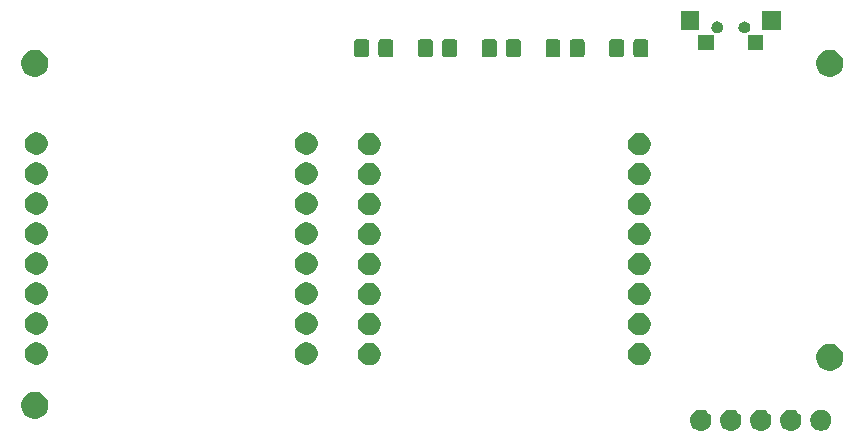
<source format=gbr>
G04 #@! TF.GenerationSoftware,KiCad,Pcbnew,(5.0.1-3-g963ef8bb5)*
G04 #@! TF.CreationDate,2019-04-05T16:27:06+08:00*
G04 #@! TF.ProjectId,cactus,6361637475732E6B696361645F706362,rev?*
G04 #@! TF.SameCoordinates,Original*
G04 #@! TF.FileFunction,Soldermask,Top*
G04 #@! TF.FilePolarity,Negative*
%FSLAX46Y46*%
G04 Gerber Fmt 4.6, Leading zero omitted, Abs format (unit mm)*
G04 Created by KiCad (PCBNEW (5.0.1-3-g963ef8bb5)) date 2019 April 05, Friday 16:27:06*
%MOMM*%
%LPD*%
G01*
G04 APERTURE LIST*
%ADD10C,0.100000*%
G04 APERTURE END LIST*
D10*
G36*
X185174812Y-84731624D02*
X185338784Y-84799544D01*
X185486354Y-84898147D01*
X185611853Y-85023646D01*
X185710456Y-85171216D01*
X185778376Y-85335188D01*
X185813000Y-85509259D01*
X185813000Y-85686741D01*
X185778376Y-85860812D01*
X185710456Y-86024784D01*
X185611853Y-86172354D01*
X185486354Y-86297853D01*
X185338784Y-86396456D01*
X185174812Y-86464376D01*
X185000741Y-86499000D01*
X184823259Y-86499000D01*
X184649188Y-86464376D01*
X184485216Y-86396456D01*
X184337646Y-86297853D01*
X184212147Y-86172354D01*
X184113544Y-86024784D01*
X184045624Y-85860812D01*
X184011000Y-85686741D01*
X184011000Y-85509259D01*
X184045624Y-85335188D01*
X184113544Y-85171216D01*
X184212147Y-85023646D01*
X184337646Y-84898147D01*
X184485216Y-84799544D01*
X184649188Y-84731624D01*
X184823259Y-84697000D01*
X185000741Y-84697000D01*
X185174812Y-84731624D01*
X185174812Y-84731624D01*
G37*
G36*
X182482443Y-84703519D02*
X182548627Y-84710037D01*
X182661853Y-84744384D01*
X182718467Y-84761557D01*
X182857087Y-84835652D01*
X182874991Y-84845222D01*
X182909084Y-84873202D01*
X183012186Y-84957814D01*
X183095448Y-85059271D01*
X183124778Y-85095009D01*
X183124779Y-85095011D01*
X183208443Y-85251533D01*
X183208443Y-85251534D01*
X183259963Y-85421373D01*
X183277359Y-85598000D01*
X183259963Y-85774627D01*
X183233819Y-85860812D01*
X183208443Y-85944467D01*
X183165513Y-86024782D01*
X183124778Y-86100991D01*
X183095448Y-86136729D01*
X183012186Y-86238186D01*
X182939480Y-86297853D01*
X182874991Y-86350778D01*
X182874989Y-86350779D01*
X182718467Y-86434443D01*
X182661853Y-86451616D01*
X182548627Y-86485963D01*
X182482442Y-86492482D01*
X182416260Y-86499000D01*
X182327740Y-86499000D01*
X182261558Y-86492482D01*
X182195373Y-86485963D01*
X182082147Y-86451616D01*
X182025533Y-86434443D01*
X181869011Y-86350779D01*
X181869009Y-86350778D01*
X181804520Y-86297853D01*
X181731814Y-86238186D01*
X181648552Y-86136729D01*
X181619222Y-86100991D01*
X181578487Y-86024782D01*
X181535557Y-85944467D01*
X181510181Y-85860812D01*
X181484037Y-85774627D01*
X181466641Y-85598000D01*
X181484037Y-85421373D01*
X181535557Y-85251534D01*
X181535557Y-85251533D01*
X181619221Y-85095011D01*
X181619222Y-85095009D01*
X181648552Y-85059271D01*
X181731814Y-84957814D01*
X181834916Y-84873202D01*
X181869009Y-84845222D01*
X181886913Y-84835652D01*
X182025533Y-84761557D01*
X182082147Y-84744384D01*
X182195373Y-84710037D01*
X182261557Y-84703519D01*
X182327740Y-84697000D01*
X182416260Y-84697000D01*
X182482443Y-84703519D01*
X182482443Y-84703519D01*
G37*
G36*
X179942443Y-84703519D02*
X180008627Y-84710037D01*
X180121853Y-84744384D01*
X180178467Y-84761557D01*
X180317087Y-84835652D01*
X180334991Y-84845222D01*
X180369084Y-84873202D01*
X180472186Y-84957814D01*
X180555448Y-85059271D01*
X180584778Y-85095009D01*
X180584779Y-85095011D01*
X180668443Y-85251533D01*
X180668443Y-85251534D01*
X180719963Y-85421373D01*
X180737359Y-85598000D01*
X180719963Y-85774627D01*
X180693819Y-85860812D01*
X180668443Y-85944467D01*
X180625513Y-86024782D01*
X180584778Y-86100991D01*
X180555448Y-86136729D01*
X180472186Y-86238186D01*
X180399480Y-86297853D01*
X180334991Y-86350778D01*
X180334989Y-86350779D01*
X180178467Y-86434443D01*
X180121853Y-86451616D01*
X180008627Y-86485963D01*
X179942442Y-86492482D01*
X179876260Y-86499000D01*
X179787740Y-86499000D01*
X179721558Y-86492482D01*
X179655373Y-86485963D01*
X179542147Y-86451616D01*
X179485533Y-86434443D01*
X179329011Y-86350779D01*
X179329009Y-86350778D01*
X179264520Y-86297853D01*
X179191814Y-86238186D01*
X179108552Y-86136729D01*
X179079222Y-86100991D01*
X179038487Y-86024782D01*
X178995557Y-85944467D01*
X178970181Y-85860812D01*
X178944037Y-85774627D01*
X178926641Y-85598000D01*
X178944037Y-85421373D01*
X178995557Y-85251534D01*
X178995557Y-85251533D01*
X179079221Y-85095011D01*
X179079222Y-85095009D01*
X179108552Y-85059271D01*
X179191814Y-84957814D01*
X179294916Y-84873202D01*
X179329009Y-84845222D01*
X179346913Y-84835652D01*
X179485533Y-84761557D01*
X179542147Y-84744384D01*
X179655373Y-84710037D01*
X179721557Y-84703519D01*
X179787740Y-84697000D01*
X179876260Y-84697000D01*
X179942443Y-84703519D01*
X179942443Y-84703519D01*
G37*
G36*
X177402443Y-84703519D02*
X177468627Y-84710037D01*
X177581853Y-84744384D01*
X177638467Y-84761557D01*
X177777087Y-84835652D01*
X177794991Y-84845222D01*
X177829084Y-84873202D01*
X177932186Y-84957814D01*
X178015448Y-85059271D01*
X178044778Y-85095009D01*
X178044779Y-85095011D01*
X178128443Y-85251533D01*
X178128443Y-85251534D01*
X178179963Y-85421373D01*
X178197359Y-85598000D01*
X178179963Y-85774627D01*
X178153819Y-85860812D01*
X178128443Y-85944467D01*
X178085513Y-86024782D01*
X178044778Y-86100991D01*
X178015448Y-86136729D01*
X177932186Y-86238186D01*
X177859480Y-86297853D01*
X177794991Y-86350778D01*
X177794989Y-86350779D01*
X177638467Y-86434443D01*
X177581853Y-86451616D01*
X177468627Y-86485963D01*
X177402442Y-86492482D01*
X177336260Y-86499000D01*
X177247740Y-86499000D01*
X177181558Y-86492482D01*
X177115373Y-86485963D01*
X177002147Y-86451616D01*
X176945533Y-86434443D01*
X176789011Y-86350779D01*
X176789009Y-86350778D01*
X176724520Y-86297853D01*
X176651814Y-86238186D01*
X176568552Y-86136729D01*
X176539222Y-86100991D01*
X176498487Y-86024782D01*
X176455557Y-85944467D01*
X176430181Y-85860812D01*
X176404037Y-85774627D01*
X176386641Y-85598000D01*
X176404037Y-85421373D01*
X176455557Y-85251534D01*
X176455557Y-85251533D01*
X176539221Y-85095011D01*
X176539222Y-85095009D01*
X176568552Y-85059271D01*
X176651814Y-84957814D01*
X176754916Y-84873202D01*
X176789009Y-84845222D01*
X176806913Y-84835652D01*
X176945533Y-84761557D01*
X177002147Y-84744384D01*
X177115373Y-84710037D01*
X177181557Y-84703519D01*
X177247740Y-84697000D01*
X177336260Y-84697000D01*
X177402443Y-84703519D01*
X177402443Y-84703519D01*
G37*
G36*
X174862443Y-84703519D02*
X174928627Y-84710037D01*
X175041853Y-84744384D01*
X175098467Y-84761557D01*
X175237087Y-84835652D01*
X175254991Y-84845222D01*
X175289084Y-84873202D01*
X175392186Y-84957814D01*
X175475448Y-85059271D01*
X175504778Y-85095009D01*
X175504779Y-85095011D01*
X175588443Y-85251533D01*
X175588443Y-85251534D01*
X175639963Y-85421373D01*
X175657359Y-85598000D01*
X175639963Y-85774627D01*
X175613819Y-85860812D01*
X175588443Y-85944467D01*
X175545513Y-86024782D01*
X175504778Y-86100991D01*
X175475448Y-86136729D01*
X175392186Y-86238186D01*
X175319480Y-86297853D01*
X175254991Y-86350778D01*
X175254989Y-86350779D01*
X175098467Y-86434443D01*
X175041853Y-86451616D01*
X174928627Y-86485963D01*
X174862442Y-86492482D01*
X174796260Y-86499000D01*
X174707740Y-86499000D01*
X174641558Y-86492482D01*
X174575373Y-86485963D01*
X174462147Y-86451616D01*
X174405533Y-86434443D01*
X174249011Y-86350779D01*
X174249009Y-86350778D01*
X174184520Y-86297853D01*
X174111814Y-86238186D01*
X174028552Y-86136729D01*
X173999222Y-86100991D01*
X173958487Y-86024782D01*
X173915557Y-85944467D01*
X173890181Y-85860812D01*
X173864037Y-85774627D01*
X173846641Y-85598000D01*
X173864037Y-85421373D01*
X173915557Y-85251534D01*
X173915557Y-85251533D01*
X173999221Y-85095011D01*
X173999222Y-85095009D01*
X174028552Y-85059271D01*
X174111814Y-84957814D01*
X174214916Y-84873202D01*
X174249009Y-84845222D01*
X174266913Y-84835652D01*
X174405533Y-84761557D01*
X174462147Y-84744384D01*
X174575373Y-84710037D01*
X174641557Y-84703519D01*
X174707740Y-84697000D01*
X174796260Y-84697000D01*
X174862443Y-84703519D01*
X174862443Y-84703519D01*
G37*
G36*
X118699734Y-83221232D02*
X118909202Y-83307996D01*
X119097723Y-83433962D01*
X119258038Y-83594277D01*
X119384004Y-83782798D01*
X119470768Y-83992266D01*
X119515000Y-84214635D01*
X119515000Y-84441365D01*
X119470768Y-84663734D01*
X119384004Y-84873202D01*
X119258038Y-85061723D01*
X119097723Y-85222038D01*
X118909202Y-85348004D01*
X118699734Y-85434768D01*
X118477365Y-85479000D01*
X118250635Y-85479000D01*
X118028266Y-85434768D01*
X117818798Y-85348004D01*
X117630277Y-85222038D01*
X117469962Y-85061723D01*
X117343996Y-84873202D01*
X117257232Y-84663734D01*
X117213000Y-84441365D01*
X117213000Y-84214635D01*
X117257232Y-83992266D01*
X117343996Y-83782798D01*
X117469962Y-83594277D01*
X117630277Y-83433962D01*
X117818798Y-83307996D01*
X118028266Y-83221232D01*
X118250635Y-83177000D01*
X118477365Y-83177000D01*
X118699734Y-83221232D01*
X118699734Y-83221232D01*
G37*
G36*
X186009734Y-79157232D02*
X186219202Y-79243996D01*
X186407723Y-79369962D01*
X186568038Y-79530277D01*
X186694004Y-79718798D01*
X186780768Y-79928266D01*
X186825000Y-80150635D01*
X186825000Y-80377365D01*
X186780768Y-80599734D01*
X186694004Y-80809202D01*
X186568038Y-80997723D01*
X186407723Y-81158038D01*
X186219202Y-81284004D01*
X186009734Y-81370768D01*
X185787365Y-81415000D01*
X185560635Y-81415000D01*
X185338266Y-81370768D01*
X185128798Y-81284004D01*
X184940277Y-81158038D01*
X184779962Y-80997723D01*
X184653996Y-80809202D01*
X184567232Y-80599734D01*
X184523000Y-80377365D01*
X184523000Y-80150635D01*
X184567232Y-79928266D01*
X184653996Y-79718798D01*
X184779962Y-79530277D01*
X184940277Y-79369962D01*
X185128798Y-79243996D01*
X185338266Y-79157232D01*
X185560635Y-79113000D01*
X185787365Y-79113000D01*
X186009734Y-79157232D01*
X186009734Y-79157232D01*
G37*
G36*
X169822396Y-79095546D02*
X169995466Y-79167234D01*
X170151230Y-79271312D01*
X170283688Y-79403770D01*
X170387766Y-79559534D01*
X170459454Y-79732604D01*
X170496000Y-79916333D01*
X170496000Y-80103667D01*
X170459454Y-80287396D01*
X170387766Y-80460466D01*
X170283688Y-80616230D01*
X170151230Y-80748688D01*
X169995466Y-80852766D01*
X169822396Y-80924454D01*
X169638667Y-80961000D01*
X169451333Y-80961000D01*
X169267604Y-80924454D01*
X169094534Y-80852766D01*
X168938770Y-80748688D01*
X168806312Y-80616230D01*
X168702234Y-80460466D01*
X168630546Y-80287396D01*
X168594000Y-80103667D01*
X168594000Y-79916333D01*
X168630546Y-79732604D01*
X168702234Y-79559534D01*
X168806312Y-79403770D01*
X168938770Y-79271312D01*
X169094534Y-79167234D01*
X169267604Y-79095546D01*
X169451333Y-79059000D01*
X169638667Y-79059000D01*
X169822396Y-79095546D01*
X169822396Y-79095546D01*
G37*
G36*
X146962396Y-79095546D02*
X147135466Y-79167234D01*
X147291230Y-79271312D01*
X147423688Y-79403770D01*
X147527766Y-79559534D01*
X147599454Y-79732604D01*
X147636000Y-79916333D01*
X147636000Y-80103667D01*
X147599454Y-80287396D01*
X147527766Y-80460466D01*
X147423688Y-80616230D01*
X147291230Y-80748688D01*
X147135466Y-80852766D01*
X146962396Y-80924454D01*
X146778667Y-80961000D01*
X146591333Y-80961000D01*
X146407604Y-80924454D01*
X146234534Y-80852766D01*
X146078770Y-80748688D01*
X145946312Y-80616230D01*
X145842234Y-80460466D01*
X145770546Y-80287396D01*
X145734000Y-80103667D01*
X145734000Y-79916333D01*
X145770546Y-79732604D01*
X145842234Y-79559534D01*
X145946312Y-79403770D01*
X146078770Y-79271312D01*
X146234534Y-79167234D01*
X146407604Y-79095546D01*
X146591333Y-79059000D01*
X146778667Y-79059000D01*
X146962396Y-79095546D01*
X146962396Y-79095546D01*
G37*
G36*
X118768396Y-79032046D02*
X118941466Y-79103734D01*
X119097230Y-79207812D01*
X119229688Y-79340270D01*
X119333766Y-79496034D01*
X119405454Y-79669104D01*
X119442000Y-79852833D01*
X119442000Y-80040167D01*
X119405454Y-80223896D01*
X119333766Y-80396966D01*
X119229688Y-80552730D01*
X119097230Y-80685188D01*
X118941466Y-80789266D01*
X118768396Y-80860954D01*
X118584667Y-80897500D01*
X118397333Y-80897500D01*
X118213604Y-80860954D01*
X118040534Y-80789266D01*
X117884770Y-80685188D01*
X117752312Y-80552730D01*
X117648234Y-80396966D01*
X117576546Y-80223896D01*
X117540000Y-80040167D01*
X117540000Y-79852833D01*
X117576546Y-79669104D01*
X117648234Y-79496034D01*
X117752312Y-79340270D01*
X117884770Y-79207812D01*
X118040534Y-79103734D01*
X118213604Y-79032046D01*
X118397333Y-78995500D01*
X118584667Y-78995500D01*
X118768396Y-79032046D01*
X118768396Y-79032046D01*
G37*
G36*
X141628396Y-79032046D02*
X141801466Y-79103734D01*
X141957230Y-79207812D01*
X142089688Y-79340270D01*
X142193766Y-79496034D01*
X142265454Y-79669104D01*
X142302000Y-79852833D01*
X142302000Y-80040167D01*
X142265454Y-80223896D01*
X142193766Y-80396966D01*
X142089688Y-80552730D01*
X141957230Y-80685188D01*
X141801466Y-80789266D01*
X141628396Y-80860954D01*
X141444667Y-80897500D01*
X141257333Y-80897500D01*
X141073604Y-80860954D01*
X140900534Y-80789266D01*
X140744770Y-80685188D01*
X140612312Y-80552730D01*
X140508234Y-80396966D01*
X140436546Y-80223896D01*
X140400000Y-80040167D01*
X140400000Y-79852833D01*
X140436546Y-79669104D01*
X140508234Y-79496034D01*
X140612312Y-79340270D01*
X140744770Y-79207812D01*
X140900534Y-79103734D01*
X141073604Y-79032046D01*
X141257333Y-78995500D01*
X141444667Y-78995500D01*
X141628396Y-79032046D01*
X141628396Y-79032046D01*
G37*
G36*
X146962396Y-76555546D02*
X147135466Y-76627234D01*
X147291230Y-76731312D01*
X147423688Y-76863770D01*
X147527766Y-77019534D01*
X147599454Y-77192604D01*
X147636000Y-77376333D01*
X147636000Y-77563667D01*
X147599454Y-77747396D01*
X147527766Y-77920466D01*
X147423688Y-78076230D01*
X147291230Y-78208688D01*
X147135466Y-78312766D01*
X146962396Y-78384454D01*
X146778667Y-78421000D01*
X146591333Y-78421000D01*
X146407604Y-78384454D01*
X146234534Y-78312766D01*
X146078770Y-78208688D01*
X145946312Y-78076230D01*
X145842234Y-77920466D01*
X145770546Y-77747396D01*
X145734000Y-77563667D01*
X145734000Y-77376333D01*
X145770546Y-77192604D01*
X145842234Y-77019534D01*
X145946312Y-76863770D01*
X146078770Y-76731312D01*
X146234534Y-76627234D01*
X146407604Y-76555546D01*
X146591333Y-76519000D01*
X146778667Y-76519000D01*
X146962396Y-76555546D01*
X146962396Y-76555546D01*
G37*
G36*
X169822396Y-76555546D02*
X169995466Y-76627234D01*
X170151230Y-76731312D01*
X170283688Y-76863770D01*
X170387766Y-77019534D01*
X170459454Y-77192604D01*
X170496000Y-77376333D01*
X170496000Y-77563667D01*
X170459454Y-77747396D01*
X170387766Y-77920466D01*
X170283688Y-78076230D01*
X170151230Y-78208688D01*
X169995466Y-78312766D01*
X169822396Y-78384454D01*
X169638667Y-78421000D01*
X169451333Y-78421000D01*
X169267604Y-78384454D01*
X169094534Y-78312766D01*
X168938770Y-78208688D01*
X168806312Y-78076230D01*
X168702234Y-77920466D01*
X168630546Y-77747396D01*
X168594000Y-77563667D01*
X168594000Y-77376333D01*
X168630546Y-77192604D01*
X168702234Y-77019534D01*
X168806312Y-76863770D01*
X168938770Y-76731312D01*
X169094534Y-76627234D01*
X169267604Y-76555546D01*
X169451333Y-76519000D01*
X169638667Y-76519000D01*
X169822396Y-76555546D01*
X169822396Y-76555546D01*
G37*
G36*
X141628396Y-76492046D02*
X141801466Y-76563734D01*
X141957230Y-76667812D01*
X142089688Y-76800270D01*
X142193766Y-76956034D01*
X142265454Y-77129104D01*
X142302000Y-77312833D01*
X142302000Y-77500167D01*
X142265454Y-77683896D01*
X142193766Y-77856966D01*
X142089688Y-78012730D01*
X141957230Y-78145188D01*
X141801466Y-78249266D01*
X141628396Y-78320954D01*
X141444667Y-78357500D01*
X141257333Y-78357500D01*
X141073604Y-78320954D01*
X140900534Y-78249266D01*
X140744770Y-78145188D01*
X140612312Y-78012730D01*
X140508234Y-77856966D01*
X140436546Y-77683896D01*
X140400000Y-77500167D01*
X140400000Y-77312833D01*
X140436546Y-77129104D01*
X140508234Y-76956034D01*
X140612312Y-76800270D01*
X140744770Y-76667812D01*
X140900534Y-76563734D01*
X141073604Y-76492046D01*
X141257333Y-76455500D01*
X141444667Y-76455500D01*
X141628396Y-76492046D01*
X141628396Y-76492046D01*
G37*
G36*
X118768396Y-76492046D02*
X118941466Y-76563734D01*
X119097230Y-76667812D01*
X119229688Y-76800270D01*
X119333766Y-76956034D01*
X119405454Y-77129104D01*
X119442000Y-77312833D01*
X119442000Y-77500167D01*
X119405454Y-77683896D01*
X119333766Y-77856966D01*
X119229688Y-78012730D01*
X119097230Y-78145188D01*
X118941466Y-78249266D01*
X118768396Y-78320954D01*
X118584667Y-78357500D01*
X118397333Y-78357500D01*
X118213604Y-78320954D01*
X118040534Y-78249266D01*
X117884770Y-78145188D01*
X117752312Y-78012730D01*
X117648234Y-77856966D01*
X117576546Y-77683896D01*
X117540000Y-77500167D01*
X117540000Y-77312833D01*
X117576546Y-77129104D01*
X117648234Y-76956034D01*
X117752312Y-76800270D01*
X117884770Y-76667812D01*
X118040534Y-76563734D01*
X118213604Y-76492046D01*
X118397333Y-76455500D01*
X118584667Y-76455500D01*
X118768396Y-76492046D01*
X118768396Y-76492046D01*
G37*
G36*
X146962396Y-74015546D02*
X147135466Y-74087234D01*
X147291230Y-74191312D01*
X147423688Y-74323770D01*
X147527766Y-74479534D01*
X147599454Y-74652604D01*
X147636000Y-74836333D01*
X147636000Y-75023667D01*
X147599454Y-75207396D01*
X147527766Y-75380466D01*
X147423688Y-75536230D01*
X147291230Y-75668688D01*
X147135466Y-75772766D01*
X146962396Y-75844454D01*
X146778667Y-75881000D01*
X146591333Y-75881000D01*
X146407604Y-75844454D01*
X146234534Y-75772766D01*
X146078770Y-75668688D01*
X145946312Y-75536230D01*
X145842234Y-75380466D01*
X145770546Y-75207396D01*
X145734000Y-75023667D01*
X145734000Y-74836333D01*
X145770546Y-74652604D01*
X145842234Y-74479534D01*
X145946312Y-74323770D01*
X146078770Y-74191312D01*
X146234534Y-74087234D01*
X146407604Y-74015546D01*
X146591333Y-73979000D01*
X146778667Y-73979000D01*
X146962396Y-74015546D01*
X146962396Y-74015546D01*
G37*
G36*
X169822396Y-74015546D02*
X169995466Y-74087234D01*
X170151230Y-74191312D01*
X170283688Y-74323770D01*
X170387766Y-74479534D01*
X170459454Y-74652604D01*
X170496000Y-74836333D01*
X170496000Y-75023667D01*
X170459454Y-75207396D01*
X170387766Y-75380466D01*
X170283688Y-75536230D01*
X170151230Y-75668688D01*
X169995466Y-75772766D01*
X169822396Y-75844454D01*
X169638667Y-75881000D01*
X169451333Y-75881000D01*
X169267604Y-75844454D01*
X169094534Y-75772766D01*
X168938770Y-75668688D01*
X168806312Y-75536230D01*
X168702234Y-75380466D01*
X168630546Y-75207396D01*
X168594000Y-75023667D01*
X168594000Y-74836333D01*
X168630546Y-74652604D01*
X168702234Y-74479534D01*
X168806312Y-74323770D01*
X168938770Y-74191312D01*
X169094534Y-74087234D01*
X169267604Y-74015546D01*
X169451333Y-73979000D01*
X169638667Y-73979000D01*
X169822396Y-74015546D01*
X169822396Y-74015546D01*
G37*
G36*
X141628396Y-73952046D02*
X141801466Y-74023734D01*
X141957230Y-74127812D01*
X142089688Y-74260270D01*
X142193766Y-74416034D01*
X142265454Y-74589104D01*
X142302000Y-74772833D01*
X142302000Y-74960167D01*
X142265454Y-75143896D01*
X142193766Y-75316966D01*
X142089688Y-75472730D01*
X141957230Y-75605188D01*
X141801466Y-75709266D01*
X141628396Y-75780954D01*
X141444667Y-75817500D01*
X141257333Y-75817500D01*
X141073604Y-75780954D01*
X140900534Y-75709266D01*
X140744770Y-75605188D01*
X140612312Y-75472730D01*
X140508234Y-75316966D01*
X140436546Y-75143896D01*
X140400000Y-74960167D01*
X140400000Y-74772833D01*
X140436546Y-74589104D01*
X140508234Y-74416034D01*
X140612312Y-74260270D01*
X140744770Y-74127812D01*
X140900534Y-74023734D01*
X141073604Y-73952046D01*
X141257333Y-73915500D01*
X141444667Y-73915500D01*
X141628396Y-73952046D01*
X141628396Y-73952046D01*
G37*
G36*
X118768396Y-73952046D02*
X118941466Y-74023734D01*
X119097230Y-74127812D01*
X119229688Y-74260270D01*
X119333766Y-74416034D01*
X119405454Y-74589104D01*
X119442000Y-74772833D01*
X119442000Y-74960167D01*
X119405454Y-75143896D01*
X119333766Y-75316966D01*
X119229688Y-75472730D01*
X119097230Y-75605188D01*
X118941466Y-75709266D01*
X118768396Y-75780954D01*
X118584667Y-75817500D01*
X118397333Y-75817500D01*
X118213604Y-75780954D01*
X118040534Y-75709266D01*
X117884770Y-75605188D01*
X117752312Y-75472730D01*
X117648234Y-75316966D01*
X117576546Y-75143896D01*
X117540000Y-74960167D01*
X117540000Y-74772833D01*
X117576546Y-74589104D01*
X117648234Y-74416034D01*
X117752312Y-74260270D01*
X117884770Y-74127812D01*
X118040534Y-74023734D01*
X118213604Y-73952046D01*
X118397333Y-73915500D01*
X118584667Y-73915500D01*
X118768396Y-73952046D01*
X118768396Y-73952046D01*
G37*
G36*
X146962396Y-71475546D02*
X147135466Y-71547234D01*
X147291230Y-71651312D01*
X147423688Y-71783770D01*
X147527766Y-71939534D01*
X147599454Y-72112604D01*
X147636000Y-72296333D01*
X147636000Y-72483667D01*
X147599454Y-72667396D01*
X147527766Y-72840466D01*
X147423688Y-72996230D01*
X147291230Y-73128688D01*
X147135466Y-73232766D01*
X146962396Y-73304454D01*
X146778667Y-73341000D01*
X146591333Y-73341000D01*
X146407604Y-73304454D01*
X146234534Y-73232766D01*
X146078770Y-73128688D01*
X145946312Y-72996230D01*
X145842234Y-72840466D01*
X145770546Y-72667396D01*
X145734000Y-72483667D01*
X145734000Y-72296333D01*
X145770546Y-72112604D01*
X145842234Y-71939534D01*
X145946312Y-71783770D01*
X146078770Y-71651312D01*
X146234534Y-71547234D01*
X146407604Y-71475546D01*
X146591333Y-71439000D01*
X146778667Y-71439000D01*
X146962396Y-71475546D01*
X146962396Y-71475546D01*
G37*
G36*
X169822396Y-71475546D02*
X169995466Y-71547234D01*
X170151230Y-71651312D01*
X170283688Y-71783770D01*
X170387766Y-71939534D01*
X170459454Y-72112604D01*
X170496000Y-72296333D01*
X170496000Y-72483667D01*
X170459454Y-72667396D01*
X170387766Y-72840466D01*
X170283688Y-72996230D01*
X170151230Y-73128688D01*
X169995466Y-73232766D01*
X169822396Y-73304454D01*
X169638667Y-73341000D01*
X169451333Y-73341000D01*
X169267604Y-73304454D01*
X169094534Y-73232766D01*
X168938770Y-73128688D01*
X168806312Y-72996230D01*
X168702234Y-72840466D01*
X168630546Y-72667396D01*
X168594000Y-72483667D01*
X168594000Y-72296333D01*
X168630546Y-72112604D01*
X168702234Y-71939534D01*
X168806312Y-71783770D01*
X168938770Y-71651312D01*
X169094534Y-71547234D01*
X169267604Y-71475546D01*
X169451333Y-71439000D01*
X169638667Y-71439000D01*
X169822396Y-71475546D01*
X169822396Y-71475546D01*
G37*
G36*
X118768396Y-71412046D02*
X118941466Y-71483734D01*
X119097230Y-71587812D01*
X119229688Y-71720270D01*
X119333766Y-71876034D01*
X119405454Y-72049104D01*
X119442000Y-72232833D01*
X119442000Y-72420167D01*
X119405454Y-72603896D01*
X119333766Y-72776966D01*
X119229688Y-72932730D01*
X119097230Y-73065188D01*
X118941466Y-73169266D01*
X118768396Y-73240954D01*
X118584667Y-73277500D01*
X118397333Y-73277500D01*
X118213604Y-73240954D01*
X118040534Y-73169266D01*
X117884770Y-73065188D01*
X117752312Y-72932730D01*
X117648234Y-72776966D01*
X117576546Y-72603896D01*
X117540000Y-72420167D01*
X117540000Y-72232833D01*
X117576546Y-72049104D01*
X117648234Y-71876034D01*
X117752312Y-71720270D01*
X117884770Y-71587812D01*
X118040534Y-71483734D01*
X118213604Y-71412046D01*
X118397333Y-71375500D01*
X118584667Y-71375500D01*
X118768396Y-71412046D01*
X118768396Y-71412046D01*
G37*
G36*
X141628396Y-71412046D02*
X141801466Y-71483734D01*
X141957230Y-71587812D01*
X142089688Y-71720270D01*
X142193766Y-71876034D01*
X142265454Y-72049104D01*
X142302000Y-72232833D01*
X142302000Y-72420167D01*
X142265454Y-72603896D01*
X142193766Y-72776966D01*
X142089688Y-72932730D01*
X141957230Y-73065188D01*
X141801466Y-73169266D01*
X141628396Y-73240954D01*
X141444667Y-73277500D01*
X141257333Y-73277500D01*
X141073604Y-73240954D01*
X140900534Y-73169266D01*
X140744770Y-73065188D01*
X140612312Y-72932730D01*
X140508234Y-72776966D01*
X140436546Y-72603896D01*
X140400000Y-72420167D01*
X140400000Y-72232833D01*
X140436546Y-72049104D01*
X140508234Y-71876034D01*
X140612312Y-71720270D01*
X140744770Y-71587812D01*
X140900534Y-71483734D01*
X141073604Y-71412046D01*
X141257333Y-71375500D01*
X141444667Y-71375500D01*
X141628396Y-71412046D01*
X141628396Y-71412046D01*
G37*
G36*
X146962396Y-68935546D02*
X147135466Y-69007234D01*
X147291230Y-69111312D01*
X147423688Y-69243770D01*
X147527766Y-69399534D01*
X147599454Y-69572604D01*
X147636000Y-69756333D01*
X147636000Y-69943667D01*
X147599454Y-70127396D01*
X147527766Y-70300466D01*
X147423688Y-70456230D01*
X147291230Y-70588688D01*
X147135466Y-70692766D01*
X146962396Y-70764454D01*
X146778667Y-70801000D01*
X146591333Y-70801000D01*
X146407604Y-70764454D01*
X146234534Y-70692766D01*
X146078770Y-70588688D01*
X145946312Y-70456230D01*
X145842234Y-70300466D01*
X145770546Y-70127396D01*
X145734000Y-69943667D01*
X145734000Y-69756333D01*
X145770546Y-69572604D01*
X145842234Y-69399534D01*
X145946312Y-69243770D01*
X146078770Y-69111312D01*
X146234534Y-69007234D01*
X146407604Y-68935546D01*
X146591333Y-68899000D01*
X146778667Y-68899000D01*
X146962396Y-68935546D01*
X146962396Y-68935546D01*
G37*
G36*
X169822396Y-68935546D02*
X169995466Y-69007234D01*
X170151230Y-69111312D01*
X170283688Y-69243770D01*
X170387766Y-69399534D01*
X170459454Y-69572604D01*
X170496000Y-69756333D01*
X170496000Y-69943667D01*
X170459454Y-70127396D01*
X170387766Y-70300466D01*
X170283688Y-70456230D01*
X170151230Y-70588688D01*
X169995466Y-70692766D01*
X169822396Y-70764454D01*
X169638667Y-70801000D01*
X169451333Y-70801000D01*
X169267604Y-70764454D01*
X169094534Y-70692766D01*
X168938770Y-70588688D01*
X168806312Y-70456230D01*
X168702234Y-70300466D01*
X168630546Y-70127396D01*
X168594000Y-69943667D01*
X168594000Y-69756333D01*
X168630546Y-69572604D01*
X168702234Y-69399534D01*
X168806312Y-69243770D01*
X168938770Y-69111312D01*
X169094534Y-69007234D01*
X169267604Y-68935546D01*
X169451333Y-68899000D01*
X169638667Y-68899000D01*
X169822396Y-68935546D01*
X169822396Y-68935546D01*
G37*
G36*
X141628396Y-68872046D02*
X141801466Y-68943734D01*
X141957230Y-69047812D01*
X142089688Y-69180270D01*
X142193766Y-69336034D01*
X142265454Y-69509104D01*
X142302000Y-69692833D01*
X142302000Y-69880167D01*
X142265454Y-70063896D01*
X142193766Y-70236966D01*
X142089688Y-70392730D01*
X141957230Y-70525188D01*
X141801466Y-70629266D01*
X141628396Y-70700954D01*
X141444667Y-70737500D01*
X141257333Y-70737500D01*
X141073604Y-70700954D01*
X140900534Y-70629266D01*
X140744770Y-70525188D01*
X140612312Y-70392730D01*
X140508234Y-70236966D01*
X140436546Y-70063896D01*
X140400000Y-69880167D01*
X140400000Y-69692833D01*
X140436546Y-69509104D01*
X140508234Y-69336034D01*
X140612312Y-69180270D01*
X140744770Y-69047812D01*
X140900534Y-68943734D01*
X141073604Y-68872046D01*
X141257333Y-68835500D01*
X141444667Y-68835500D01*
X141628396Y-68872046D01*
X141628396Y-68872046D01*
G37*
G36*
X118768396Y-68872046D02*
X118941466Y-68943734D01*
X119097230Y-69047812D01*
X119229688Y-69180270D01*
X119333766Y-69336034D01*
X119405454Y-69509104D01*
X119442000Y-69692833D01*
X119442000Y-69880167D01*
X119405454Y-70063896D01*
X119333766Y-70236966D01*
X119229688Y-70392730D01*
X119097230Y-70525188D01*
X118941466Y-70629266D01*
X118768396Y-70700954D01*
X118584667Y-70737500D01*
X118397333Y-70737500D01*
X118213604Y-70700954D01*
X118040534Y-70629266D01*
X117884770Y-70525188D01*
X117752312Y-70392730D01*
X117648234Y-70236966D01*
X117576546Y-70063896D01*
X117540000Y-69880167D01*
X117540000Y-69692833D01*
X117576546Y-69509104D01*
X117648234Y-69336034D01*
X117752312Y-69180270D01*
X117884770Y-69047812D01*
X118040534Y-68943734D01*
X118213604Y-68872046D01*
X118397333Y-68835500D01*
X118584667Y-68835500D01*
X118768396Y-68872046D01*
X118768396Y-68872046D01*
G37*
G36*
X169822396Y-66395546D02*
X169995466Y-66467234D01*
X170151230Y-66571312D01*
X170283688Y-66703770D01*
X170387766Y-66859534D01*
X170459454Y-67032604D01*
X170496000Y-67216333D01*
X170496000Y-67403667D01*
X170459454Y-67587396D01*
X170387766Y-67760466D01*
X170283688Y-67916230D01*
X170151230Y-68048688D01*
X169995466Y-68152766D01*
X169822396Y-68224454D01*
X169638667Y-68261000D01*
X169451333Y-68261000D01*
X169267604Y-68224454D01*
X169094534Y-68152766D01*
X168938770Y-68048688D01*
X168806312Y-67916230D01*
X168702234Y-67760466D01*
X168630546Y-67587396D01*
X168594000Y-67403667D01*
X168594000Y-67216333D01*
X168630546Y-67032604D01*
X168702234Y-66859534D01*
X168806312Y-66703770D01*
X168938770Y-66571312D01*
X169094534Y-66467234D01*
X169267604Y-66395546D01*
X169451333Y-66359000D01*
X169638667Y-66359000D01*
X169822396Y-66395546D01*
X169822396Y-66395546D01*
G37*
G36*
X146962396Y-66395546D02*
X147135466Y-66467234D01*
X147291230Y-66571312D01*
X147423688Y-66703770D01*
X147527766Y-66859534D01*
X147599454Y-67032604D01*
X147636000Y-67216333D01*
X147636000Y-67403667D01*
X147599454Y-67587396D01*
X147527766Y-67760466D01*
X147423688Y-67916230D01*
X147291230Y-68048688D01*
X147135466Y-68152766D01*
X146962396Y-68224454D01*
X146778667Y-68261000D01*
X146591333Y-68261000D01*
X146407604Y-68224454D01*
X146234534Y-68152766D01*
X146078770Y-68048688D01*
X145946312Y-67916230D01*
X145842234Y-67760466D01*
X145770546Y-67587396D01*
X145734000Y-67403667D01*
X145734000Y-67216333D01*
X145770546Y-67032604D01*
X145842234Y-66859534D01*
X145946312Y-66703770D01*
X146078770Y-66571312D01*
X146234534Y-66467234D01*
X146407604Y-66395546D01*
X146591333Y-66359000D01*
X146778667Y-66359000D01*
X146962396Y-66395546D01*
X146962396Y-66395546D01*
G37*
G36*
X118768396Y-66332046D02*
X118941466Y-66403734D01*
X119097230Y-66507812D01*
X119229688Y-66640270D01*
X119333766Y-66796034D01*
X119405454Y-66969104D01*
X119442000Y-67152833D01*
X119442000Y-67340167D01*
X119405454Y-67523896D01*
X119333766Y-67696966D01*
X119229688Y-67852730D01*
X119097230Y-67985188D01*
X118941466Y-68089266D01*
X118768396Y-68160954D01*
X118584667Y-68197500D01*
X118397333Y-68197500D01*
X118213604Y-68160954D01*
X118040534Y-68089266D01*
X117884770Y-67985188D01*
X117752312Y-67852730D01*
X117648234Y-67696966D01*
X117576546Y-67523896D01*
X117540000Y-67340167D01*
X117540000Y-67152833D01*
X117576546Y-66969104D01*
X117648234Y-66796034D01*
X117752312Y-66640270D01*
X117884770Y-66507812D01*
X118040534Y-66403734D01*
X118213604Y-66332046D01*
X118397333Y-66295500D01*
X118584667Y-66295500D01*
X118768396Y-66332046D01*
X118768396Y-66332046D01*
G37*
G36*
X141628396Y-66332046D02*
X141801466Y-66403734D01*
X141957230Y-66507812D01*
X142089688Y-66640270D01*
X142193766Y-66796034D01*
X142265454Y-66969104D01*
X142302000Y-67152833D01*
X142302000Y-67340167D01*
X142265454Y-67523896D01*
X142193766Y-67696966D01*
X142089688Y-67852730D01*
X141957230Y-67985188D01*
X141801466Y-68089266D01*
X141628396Y-68160954D01*
X141444667Y-68197500D01*
X141257333Y-68197500D01*
X141073604Y-68160954D01*
X140900534Y-68089266D01*
X140744770Y-67985188D01*
X140612312Y-67852730D01*
X140508234Y-67696966D01*
X140436546Y-67523896D01*
X140400000Y-67340167D01*
X140400000Y-67152833D01*
X140436546Y-66969104D01*
X140508234Y-66796034D01*
X140612312Y-66640270D01*
X140744770Y-66507812D01*
X140900534Y-66403734D01*
X141073604Y-66332046D01*
X141257333Y-66295500D01*
X141444667Y-66295500D01*
X141628396Y-66332046D01*
X141628396Y-66332046D01*
G37*
G36*
X169822396Y-63855546D02*
X169995466Y-63927234D01*
X170151230Y-64031312D01*
X170283688Y-64163770D01*
X170387766Y-64319534D01*
X170459454Y-64492604D01*
X170496000Y-64676333D01*
X170496000Y-64863667D01*
X170459454Y-65047396D01*
X170387766Y-65220466D01*
X170283688Y-65376230D01*
X170151230Y-65508688D01*
X169995466Y-65612766D01*
X169822396Y-65684454D01*
X169638667Y-65721000D01*
X169451333Y-65721000D01*
X169267604Y-65684454D01*
X169094534Y-65612766D01*
X168938770Y-65508688D01*
X168806312Y-65376230D01*
X168702234Y-65220466D01*
X168630546Y-65047396D01*
X168594000Y-64863667D01*
X168594000Y-64676333D01*
X168630546Y-64492604D01*
X168702234Y-64319534D01*
X168806312Y-64163770D01*
X168938770Y-64031312D01*
X169094534Y-63927234D01*
X169267604Y-63855546D01*
X169451333Y-63819000D01*
X169638667Y-63819000D01*
X169822396Y-63855546D01*
X169822396Y-63855546D01*
G37*
G36*
X146962396Y-63855546D02*
X147135466Y-63927234D01*
X147291230Y-64031312D01*
X147423688Y-64163770D01*
X147527766Y-64319534D01*
X147599454Y-64492604D01*
X147636000Y-64676333D01*
X147636000Y-64863667D01*
X147599454Y-65047396D01*
X147527766Y-65220466D01*
X147423688Y-65376230D01*
X147291230Y-65508688D01*
X147135466Y-65612766D01*
X146962396Y-65684454D01*
X146778667Y-65721000D01*
X146591333Y-65721000D01*
X146407604Y-65684454D01*
X146234534Y-65612766D01*
X146078770Y-65508688D01*
X145946312Y-65376230D01*
X145842234Y-65220466D01*
X145770546Y-65047396D01*
X145734000Y-64863667D01*
X145734000Y-64676333D01*
X145770546Y-64492604D01*
X145842234Y-64319534D01*
X145946312Y-64163770D01*
X146078770Y-64031312D01*
X146234534Y-63927234D01*
X146407604Y-63855546D01*
X146591333Y-63819000D01*
X146778667Y-63819000D01*
X146962396Y-63855546D01*
X146962396Y-63855546D01*
G37*
G36*
X141628396Y-63792046D02*
X141801466Y-63863734D01*
X141957230Y-63967812D01*
X142089688Y-64100270D01*
X142193766Y-64256034D01*
X142265454Y-64429104D01*
X142302000Y-64612833D01*
X142302000Y-64800167D01*
X142265454Y-64983896D01*
X142193766Y-65156966D01*
X142089688Y-65312730D01*
X141957230Y-65445188D01*
X141801466Y-65549266D01*
X141628396Y-65620954D01*
X141444667Y-65657500D01*
X141257333Y-65657500D01*
X141073604Y-65620954D01*
X140900534Y-65549266D01*
X140744770Y-65445188D01*
X140612312Y-65312730D01*
X140508234Y-65156966D01*
X140436546Y-64983896D01*
X140400000Y-64800167D01*
X140400000Y-64612833D01*
X140436546Y-64429104D01*
X140508234Y-64256034D01*
X140612312Y-64100270D01*
X140744770Y-63967812D01*
X140900534Y-63863734D01*
X141073604Y-63792046D01*
X141257333Y-63755500D01*
X141444667Y-63755500D01*
X141628396Y-63792046D01*
X141628396Y-63792046D01*
G37*
G36*
X118768396Y-63792046D02*
X118941466Y-63863734D01*
X119097230Y-63967812D01*
X119229688Y-64100270D01*
X119333766Y-64256034D01*
X119405454Y-64429104D01*
X119442000Y-64612833D01*
X119442000Y-64800167D01*
X119405454Y-64983896D01*
X119333766Y-65156966D01*
X119229688Y-65312730D01*
X119097230Y-65445188D01*
X118941466Y-65549266D01*
X118768396Y-65620954D01*
X118584667Y-65657500D01*
X118397333Y-65657500D01*
X118213604Y-65620954D01*
X118040534Y-65549266D01*
X117884770Y-65445188D01*
X117752312Y-65312730D01*
X117648234Y-65156966D01*
X117576546Y-64983896D01*
X117540000Y-64800167D01*
X117540000Y-64612833D01*
X117576546Y-64429104D01*
X117648234Y-64256034D01*
X117752312Y-64100270D01*
X117884770Y-63967812D01*
X118040534Y-63863734D01*
X118213604Y-63792046D01*
X118397333Y-63755500D01*
X118584667Y-63755500D01*
X118768396Y-63792046D01*
X118768396Y-63792046D01*
G37*
G36*
X169822396Y-61315546D02*
X169995466Y-61387234D01*
X170151230Y-61491312D01*
X170283688Y-61623770D01*
X170387766Y-61779534D01*
X170459454Y-61952604D01*
X170496000Y-62136333D01*
X170496000Y-62323667D01*
X170459454Y-62507396D01*
X170387766Y-62680466D01*
X170283688Y-62836230D01*
X170151230Y-62968688D01*
X169995466Y-63072766D01*
X169822396Y-63144454D01*
X169638667Y-63181000D01*
X169451333Y-63181000D01*
X169267604Y-63144454D01*
X169094534Y-63072766D01*
X168938770Y-62968688D01*
X168806312Y-62836230D01*
X168702234Y-62680466D01*
X168630546Y-62507396D01*
X168594000Y-62323667D01*
X168594000Y-62136333D01*
X168630546Y-61952604D01*
X168702234Y-61779534D01*
X168806312Y-61623770D01*
X168938770Y-61491312D01*
X169094534Y-61387234D01*
X169267604Y-61315546D01*
X169451333Y-61279000D01*
X169638667Y-61279000D01*
X169822396Y-61315546D01*
X169822396Y-61315546D01*
G37*
G36*
X146962396Y-61315546D02*
X147135466Y-61387234D01*
X147291230Y-61491312D01*
X147423688Y-61623770D01*
X147527766Y-61779534D01*
X147599454Y-61952604D01*
X147636000Y-62136333D01*
X147636000Y-62323667D01*
X147599454Y-62507396D01*
X147527766Y-62680466D01*
X147423688Y-62836230D01*
X147291230Y-62968688D01*
X147135466Y-63072766D01*
X146962396Y-63144454D01*
X146778667Y-63181000D01*
X146591333Y-63181000D01*
X146407604Y-63144454D01*
X146234534Y-63072766D01*
X146078770Y-62968688D01*
X145946312Y-62836230D01*
X145842234Y-62680466D01*
X145770546Y-62507396D01*
X145734000Y-62323667D01*
X145734000Y-62136333D01*
X145770546Y-61952604D01*
X145842234Y-61779534D01*
X145946312Y-61623770D01*
X146078770Y-61491312D01*
X146234534Y-61387234D01*
X146407604Y-61315546D01*
X146591333Y-61279000D01*
X146778667Y-61279000D01*
X146962396Y-61315546D01*
X146962396Y-61315546D01*
G37*
G36*
X141628396Y-61252046D02*
X141801466Y-61323734D01*
X141957230Y-61427812D01*
X142089688Y-61560270D01*
X142193766Y-61716034D01*
X142265454Y-61889104D01*
X142302000Y-62072833D01*
X142302000Y-62260167D01*
X142265454Y-62443896D01*
X142193766Y-62616966D01*
X142089688Y-62772730D01*
X141957230Y-62905188D01*
X141801466Y-63009266D01*
X141628396Y-63080954D01*
X141444667Y-63117500D01*
X141257333Y-63117500D01*
X141073604Y-63080954D01*
X140900534Y-63009266D01*
X140744770Y-62905188D01*
X140612312Y-62772730D01*
X140508234Y-62616966D01*
X140436546Y-62443896D01*
X140400000Y-62260167D01*
X140400000Y-62072833D01*
X140436546Y-61889104D01*
X140508234Y-61716034D01*
X140612312Y-61560270D01*
X140744770Y-61427812D01*
X140900534Y-61323734D01*
X141073604Y-61252046D01*
X141257333Y-61215500D01*
X141444667Y-61215500D01*
X141628396Y-61252046D01*
X141628396Y-61252046D01*
G37*
G36*
X118768396Y-61252046D02*
X118941466Y-61323734D01*
X119097230Y-61427812D01*
X119229688Y-61560270D01*
X119333766Y-61716034D01*
X119405454Y-61889104D01*
X119442000Y-62072833D01*
X119442000Y-62260167D01*
X119405454Y-62443896D01*
X119333766Y-62616966D01*
X119229688Y-62772730D01*
X119097230Y-62905188D01*
X118941466Y-63009266D01*
X118768396Y-63080954D01*
X118584667Y-63117500D01*
X118397333Y-63117500D01*
X118213604Y-63080954D01*
X118040534Y-63009266D01*
X117884770Y-62905188D01*
X117752312Y-62772730D01*
X117648234Y-62616966D01*
X117576546Y-62443896D01*
X117540000Y-62260167D01*
X117540000Y-62072833D01*
X117576546Y-61889104D01*
X117648234Y-61716034D01*
X117752312Y-61560270D01*
X117884770Y-61427812D01*
X118040534Y-61323734D01*
X118213604Y-61252046D01*
X118397333Y-61215500D01*
X118584667Y-61215500D01*
X118768396Y-61252046D01*
X118768396Y-61252046D01*
G37*
G36*
X118699734Y-54265232D02*
X118909202Y-54351996D01*
X119097723Y-54477962D01*
X119258038Y-54638277D01*
X119384004Y-54826798D01*
X119470768Y-55036266D01*
X119515000Y-55258635D01*
X119515000Y-55485365D01*
X119470768Y-55707734D01*
X119384004Y-55917202D01*
X119258038Y-56105723D01*
X119097723Y-56266038D01*
X118909202Y-56392004D01*
X118699734Y-56478768D01*
X118477365Y-56523000D01*
X118250635Y-56523000D01*
X118028266Y-56478768D01*
X117818798Y-56392004D01*
X117630277Y-56266038D01*
X117469962Y-56105723D01*
X117343996Y-55917202D01*
X117257232Y-55707734D01*
X117213000Y-55485365D01*
X117213000Y-55258635D01*
X117257232Y-55036266D01*
X117343996Y-54826798D01*
X117469962Y-54638277D01*
X117630277Y-54477962D01*
X117818798Y-54351996D01*
X118028266Y-54265232D01*
X118250635Y-54221000D01*
X118477365Y-54221000D01*
X118699734Y-54265232D01*
X118699734Y-54265232D01*
G37*
G36*
X186009734Y-54265232D02*
X186219202Y-54351996D01*
X186407723Y-54477962D01*
X186568038Y-54638277D01*
X186694004Y-54826798D01*
X186780768Y-55036266D01*
X186825000Y-55258635D01*
X186825000Y-55485365D01*
X186780768Y-55707734D01*
X186694004Y-55917202D01*
X186568038Y-56105723D01*
X186407723Y-56266038D01*
X186219202Y-56392004D01*
X186009734Y-56478768D01*
X185787365Y-56523000D01*
X185560635Y-56523000D01*
X185338266Y-56478768D01*
X185128798Y-56392004D01*
X184940277Y-56266038D01*
X184779962Y-56105723D01*
X184653996Y-55917202D01*
X184567232Y-55707734D01*
X184523000Y-55485365D01*
X184523000Y-55258635D01*
X184567232Y-55036266D01*
X184653996Y-54826798D01*
X184779962Y-54638277D01*
X184940277Y-54477962D01*
X185128798Y-54351996D01*
X185338266Y-54265232D01*
X185560635Y-54221000D01*
X185787365Y-54221000D01*
X186009734Y-54265232D01*
X186009734Y-54265232D01*
G37*
G36*
X170144677Y-53355465D02*
X170182364Y-53366898D01*
X170217103Y-53385466D01*
X170247548Y-53410452D01*
X170272534Y-53440897D01*
X170291102Y-53475636D01*
X170302535Y-53513323D01*
X170307000Y-53558661D01*
X170307000Y-54645339D01*
X170302535Y-54690677D01*
X170291102Y-54728364D01*
X170272534Y-54763103D01*
X170247548Y-54793548D01*
X170217103Y-54818534D01*
X170182364Y-54837102D01*
X170144677Y-54848535D01*
X170099339Y-54853000D01*
X169262661Y-54853000D01*
X169217323Y-54848535D01*
X169179636Y-54837102D01*
X169144897Y-54818534D01*
X169114452Y-54793548D01*
X169089466Y-54763103D01*
X169070898Y-54728364D01*
X169059465Y-54690677D01*
X169055000Y-54645339D01*
X169055000Y-53558661D01*
X169059465Y-53513323D01*
X169070898Y-53475636D01*
X169089466Y-53440897D01*
X169114452Y-53410452D01*
X169144897Y-53385466D01*
X169179636Y-53366898D01*
X169217323Y-53355465D01*
X169262661Y-53351000D01*
X170099339Y-53351000D01*
X170144677Y-53355465D01*
X170144677Y-53355465D01*
G37*
G36*
X168094677Y-53355465D02*
X168132364Y-53366898D01*
X168167103Y-53385466D01*
X168197548Y-53410452D01*
X168222534Y-53440897D01*
X168241102Y-53475636D01*
X168252535Y-53513323D01*
X168257000Y-53558661D01*
X168257000Y-54645339D01*
X168252535Y-54690677D01*
X168241102Y-54728364D01*
X168222534Y-54763103D01*
X168197548Y-54793548D01*
X168167103Y-54818534D01*
X168132364Y-54837102D01*
X168094677Y-54848535D01*
X168049339Y-54853000D01*
X167212661Y-54853000D01*
X167167323Y-54848535D01*
X167129636Y-54837102D01*
X167094897Y-54818534D01*
X167064452Y-54793548D01*
X167039466Y-54763103D01*
X167020898Y-54728364D01*
X167009465Y-54690677D01*
X167005000Y-54645339D01*
X167005000Y-53558661D01*
X167009465Y-53513323D01*
X167020898Y-53475636D01*
X167039466Y-53440897D01*
X167064452Y-53410452D01*
X167094897Y-53385466D01*
X167129636Y-53366898D01*
X167167323Y-53355465D01*
X167212661Y-53351000D01*
X168049339Y-53351000D01*
X168094677Y-53355465D01*
X168094677Y-53355465D01*
G37*
G36*
X157299677Y-53355465D02*
X157337364Y-53366898D01*
X157372103Y-53385466D01*
X157402548Y-53410452D01*
X157427534Y-53440897D01*
X157446102Y-53475636D01*
X157457535Y-53513323D01*
X157462000Y-53558661D01*
X157462000Y-54645339D01*
X157457535Y-54690677D01*
X157446102Y-54728364D01*
X157427534Y-54763103D01*
X157402548Y-54793548D01*
X157372103Y-54818534D01*
X157337364Y-54837102D01*
X157299677Y-54848535D01*
X157254339Y-54853000D01*
X156417661Y-54853000D01*
X156372323Y-54848535D01*
X156334636Y-54837102D01*
X156299897Y-54818534D01*
X156269452Y-54793548D01*
X156244466Y-54763103D01*
X156225898Y-54728364D01*
X156214465Y-54690677D01*
X156210000Y-54645339D01*
X156210000Y-53558661D01*
X156214465Y-53513323D01*
X156225898Y-53475636D01*
X156244466Y-53440897D01*
X156269452Y-53410452D01*
X156299897Y-53385466D01*
X156334636Y-53366898D01*
X156372323Y-53355465D01*
X156417661Y-53351000D01*
X157254339Y-53351000D01*
X157299677Y-53355465D01*
X157299677Y-53355465D01*
G37*
G36*
X153952177Y-53355465D02*
X153989864Y-53366898D01*
X154024603Y-53385466D01*
X154055048Y-53410452D01*
X154080034Y-53440897D01*
X154098602Y-53475636D01*
X154110035Y-53513323D01*
X154114500Y-53558661D01*
X154114500Y-54645339D01*
X154110035Y-54690677D01*
X154098602Y-54728364D01*
X154080034Y-54763103D01*
X154055048Y-54793548D01*
X154024603Y-54818534D01*
X153989864Y-54837102D01*
X153952177Y-54848535D01*
X153906839Y-54853000D01*
X153070161Y-54853000D01*
X153024823Y-54848535D01*
X152987136Y-54837102D01*
X152952397Y-54818534D01*
X152921952Y-54793548D01*
X152896966Y-54763103D01*
X152878398Y-54728364D01*
X152866965Y-54690677D01*
X152862500Y-54645339D01*
X152862500Y-53558661D01*
X152866965Y-53513323D01*
X152878398Y-53475636D01*
X152896966Y-53440897D01*
X152921952Y-53410452D01*
X152952397Y-53385466D01*
X152987136Y-53366898D01*
X153024823Y-53355465D01*
X153070161Y-53351000D01*
X153906839Y-53351000D01*
X153952177Y-53355465D01*
X153952177Y-53355465D01*
G37*
G36*
X151902177Y-53355465D02*
X151939864Y-53366898D01*
X151974603Y-53385466D01*
X152005048Y-53410452D01*
X152030034Y-53440897D01*
X152048602Y-53475636D01*
X152060035Y-53513323D01*
X152064500Y-53558661D01*
X152064500Y-54645339D01*
X152060035Y-54690677D01*
X152048602Y-54728364D01*
X152030034Y-54763103D01*
X152005048Y-54793548D01*
X151974603Y-54818534D01*
X151939864Y-54837102D01*
X151902177Y-54848535D01*
X151856839Y-54853000D01*
X151020161Y-54853000D01*
X150974823Y-54848535D01*
X150937136Y-54837102D01*
X150902397Y-54818534D01*
X150871952Y-54793548D01*
X150846966Y-54763103D01*
X150828398Y-54728364D01*
X150816965Y-54690677D01*
X150812500Y-54645339D01*
X150812500Y-53558661D01*
X150816965Y-53513323D01*
X150828398Y-53475636D01*
X150846966Y-53440897D01*
X150871952Y-53410452D01*
X150902397Y-53385466D01*
X150937136Y-53366898D01*
X150974823Y-53355465D01*
X151020161Y-53351000D01*
X151856839Y-53351000D01*
X151902177Y-53355465D01*
X151902177Y-53355465D01*
G37*
G36*
X148554677Y-53355465D02*
X148592364Y-53366898D01*
X148627103Y-53385466D01*
X148657548Y-53410452D01*
X148682534Y-53440897D01*
X148701102Y-53475636D01*
X148712535Y-53513323D01*
X148717000Y-53558661D01*
X148717000Y-54645339D01*
X148712535Y-54690677D01*
X148701102Y-54728364D01*
X148682534Y-54763103D01*
X148657548Y-54793548D01*
X148627103Y-54818534D01*
X148592364Y-54837102D01*
X148554677Y-54848535D01*
X148509339Y-54853000D01*
X147672661Y-54853000D01*
X147627323Y-54848535D01*
X147589636Y-54837102D01*
X147554897Y-54818534D01*
X147524452Y-54793548D01*
X147499466Y-54763103D01*
X147480898Y-54728364D01*
X147469465Y-54690677D01*
X147465000Y-54645339D01*
X147465000Y-53558661D01*
X147469465Y-53513323D01*
X147480898Y-53475636D01*
X147499466Y-53440897D01*
X147524452Y-53410452D01*
X147554897Y-53385466D01*
X147589636Y-53366898D01*
X147627323Y-53355465D01*
X147672661Y-53351000D01*
X148509339Y-53351000D01*
X148554677Y-53355465D01*
X148554677Y-53355465D01*
G37*
G36*
X146504677Y-53355465D02*
X146542364Y-53366898D01*
X146577103Y-53385466D01*
X146607548Y-53410452D01*
X146632534Y-53440897D01*
X146651102Y-53475636D01*
X146662535Y-53513323D01*
X146667000Y-53558661D01*
X146667000Y-54645339D01*
X146662535Y-54690677D01*
X146651102Y-54728364D01*
X146632534Y-54763103D01*
X146607548Y-54793548D01*
X146577103Y-54818534D01*
X146542364Y-54837102D01*
X146504677Y-54848535D01*
X146459339Y-54853000D01*
X145622661Y-54853000D01*
X145577323Y-54848535D01*
X145539636Y-54837102D01*
X145504897Y-54818534D01*
X145474452Y-54793548D01*
X145449466Y-54763103D01*
X145430898Y-54728364D01*
X145419465Y-54690677D01*
X145415000Y-54645339D01*
X145415000Y-53558661D01*
X145419465Y-53513323D01*
X145430898Y-53475636D01*
X145449466Y-53440897D01*
X145474452Y-53410452D01*
X145504897Y-53385466D01*
X145539636Y-53366898D01*
X145577323Y-53355465D01*
X145622661Y-53351000D01*
X146459339Y-53351000D01*
X146504677Y-53355465D01*
X146504677Y-53355465D01*
G37*
G36*
X162697177Y-53355465D02*
X162734864Y-53366898D01*
X162769603Y-53385466D01*
X162800048Y-53410452D01*
X162825034Y-53440897D01*
X162843602Y-53475636D01*
X162855035Y-53513323D01*
X162859500Y-53558661D01*
X162859500Y-54645339D01*
X162855035Y-54690677D01*
X162843602Y-54728364D01*
X162825034Y-54763103D01*
X162800048Y-54793548D01*
X162769603Y-54818534D01*
X162734864Y-54837102D01*
X162697177Y-54848535D01*
X162651839Y-54853000D01*
X161815161Y-54853000D01*
X161769823Y-54848535D01*
X161732136Y-54837102D01*
X161697397Y-54818534D01*
X161666952Y-54793548D01*
X161641966Y-54763103D01*
X161623398Y-54728364D01*
X161611965Y-54690677D01*
X161607500Y-54645339D01*
X161607500Y-53558661D01*
X161611965Y-53513323D01*
X161623398Y-53475636D01*
X161641966Y-53440897D01*
X161666952Y-53410452D01*
X161697397Y-53385466D01*
X161732136Y-53366898D01*
X161769823Y-53355465D01*
X161815161Y-53351000D01*
X162651839Y-53351000D01*
X162697177Y-53355465D01*
X162697177Y-53355465D01*
G37*
G36*
X159349677Y-53355465D02*
X159387364Y-53366898D01*
X159422103Y-53385466D01*
X159452548Y-53410452D01*
X159477534Y-53440897D01*
X159496102Y-53475636D01*
X159507535Y-53513323D01*
X159512000Y-53558661D01*
X159512000Y-54645339D01*
X159507535Y-54690677D01*
X159496102Y-54728364D01*
X159477534Y-54763103D01*
X159452548Y-54793548D01*
X159422103Y-54818534D01*
X159387364Y-54837102D01*
X159349677Y-54848535D01*
X159304339Y-54853000D01*
X158467661Y-54853000D01*
X158422323Y-54848535D01*
X158384636Y-54837102D01*
X158349897Y-54818534D01*
X158319452Y-54793548D01*
X158294466Y-54763103D01*
X158275898Y-54728364D01*
X158264465Y-54690677D01*
X158260000Y-54645339D01*
X158260000Y-53558661D01*
X158264465Y-53513323D01*
X158275898Y-53475636D01*
X158294466Y-53440897D01*
X158319452Y-53410452D01*
X158349897Y-53385466D01*
X158384636Y-53366898D01*
X158422323Y-53355465D01*
X158467661Y-53351000D01*
X159304339Y-53351000D01*
X159349677Y-53355465D01*
X159349677Y-53355465D01*
G37*
G36*
X164747177Y-53355465D02*
X164784864Y-53366898D01*
X164819603Y-53385466D01*
X164850048Y-53410452D01*
X164875034Y-53440897D01*
X164893602Y-53475636D01*
X164905035Y-53513323D01*
X164909500Y-53558661D01*
X164909500Y-54645339D01*
X164905035Y-54690677D01*
X164893602Y-54728364D01*
X164875034Y-54763103D01*
X164850048Y-54793548D01*
X164819603Y-54818534D01*
X164784864Y-54837102D01*
X164747177Y-54848535D01*
X164701839Y-54853000D01*
X163865161Y-54853000D01*
X163819823Y-54848535D01*
X163782136Y-54837102D01*
X163747397Y-54818534D01*
X163716952Y-54793548D01*
X163691966Y-54763103D01*
X163673398Y-54728364D01*
X163661965Y-54690677D01*
X163657500Y-54645339D01*
X163657500Y-53558661D01*
X163661965Y-53513323D01*
X163673398Y-53475636D01*
X163691966Y-53440897D01*
X163716952Y-53410452D01*
X163747397Y-53385466D01*
X163782136Y-53366898D01*
X163819823Y-53355465D01*
X163865161Y-53351000D01*
X164701839Y-53351000D01*
X164747177Y-53355465D01*
X164747177Y-53355465D01*
G37*
G36*
X175843000Y-54275000D02*
X174541000Y-54275000D01*
X174541000Y-52973000D01*
X175799451Y-52973000D01*
X175823837Y-52970598D01*
X175843000Y-52964785D01*
X175843000Y-54275000D01*
X175843000Y-54275000D01*
G37*
G36*
X178760163Y-52970598D02*
X178784549Y-52973000D01*
X180043000Y-52973000D01*
X180043000Y-54275000D01*
X178741000Y-54275000D01*
X178741000Y-52964785D01*
X178760163Y-52970598D01*
X178760163Y-52970598D01*
G37*
G36*
X176288136Y-51842253D02*
X176379312Y-51880019D01*
X176461372Y-51934850D01*
X176531150Y-52004628D01*
X176585981Y-52086688D01*
X176623747Y-52177864D01*
X176643000Y-52274656D01*
X176643000Y-52373344D01*
X176623747Y-52470136D01*
X176585981Y-52561312D01*
X176531150Y-52643372D01*
X176461372Y-52713150D01*
X176379312Y-52767981D01*
X176288136Y-52805747D01*
X176191344Y-52825000D01*
X176092656Y-52825000D01*
X175995864Y-52805747D01*
X175995862Y-52805746D01*
X175992387Y-52805055D01*
X175968000Y-52802653D01*
X175943614Y-52805055D01*
X175920165Y-52812168D01*
X175918799Y-52812898D01*
X175914936Y-52800165D01*
X175903385Y-52778554D01*
X175887839Y-52759612D01*
X175868897Y-52744066D01*
X175822628Y-52713150D01*
X175752850Y-52643372D01*
X175698019Y-52561312D01*
X175660253Y-52470136D01*
X175641000Y-52373344D01*
X175641000Y-52274656D01*
X175660253Y-52177864D01*
X175698019Y-52086688D01*
X175752850Y-52004628D01*
X175822628Y-51934850D01*
X175904688Y-51880019D01*
X175995864Y-51842253D01*
X176092656Y-51823000D01*
X176191344Y-51823000D01*
X176288136Y-51842253D01*
X176288136Y-51842253D01*
G37*
G36*
X178588136Y-51842253D02*
X178679312Y-51880019D01*
X178761372Y-51934850D01*
X178831150Y-52004628D01*
X178885981Y-52086688D01*
X178923747Y-52177864D01*
X178943000Y-52274656D01*
X178943000Y-52373344D01*
X178923747Y-52470136D01*
X178885981Y-52561312D01*
X178831150Y-52643372D01*
X178761372Y-52713150D01*
X178715103Y-52744066D01*
X178696161Y-52759612D01*
X178680615Y-52778554D01*
X178669064Y-52800164D01*
X178665201Y-52812898D01*
X178663835Y-52812168D01*
X178640386Y-52805055D01*
X178616000Y-52802653D01*
X178591613Y-52805055D01*
X178588138Y-52805746D01*
X178588136Y-52805747D01*
X178491344Y-52825000D01*
X178392656Y-52825000D01*
X178295864Y-52805747D01*
X178294193Y-52805055D01*
X178204688Y-52767981D01*
X178122628Y-52713150D01*
X178052850Y-52643372D01*
X177998019Y-52561312D01*
X177960253Y-52470136D01*
X177941000Y-52373344D01*
X177941000Y-52274656D01*
X177960253Y-52177864D01*
X177998019Y-52086688D01*
X178052850Y-52004628D01*
X178122628Y-51934850D01*
X178204688Y-51880019D01*
X178295864Y-51842253D01*
X178392656Y-51823000D01*
X178491344Y-51823000D01*
X178588136Y-51842253D01*
X178588136Y-51842253D01*
G37*
G36*
X174643000Y-52575000D02*
X173041000Y-52575000D01*
X173041000Y-50973000D01*
X174643000Y-50973000D01*
X174643000Y-52575000D01*
X174643000Y-52575000D01*
G37*
G36*
X181543000Y-52575000D02*
X179941000Y-52575000D01*
X179941000Y-50973000D01*
X181543000Y-50973000D01*
X181543000Y-52575000D01*
X181543000Y-52575000D01*
G37*
M02*

</source>
